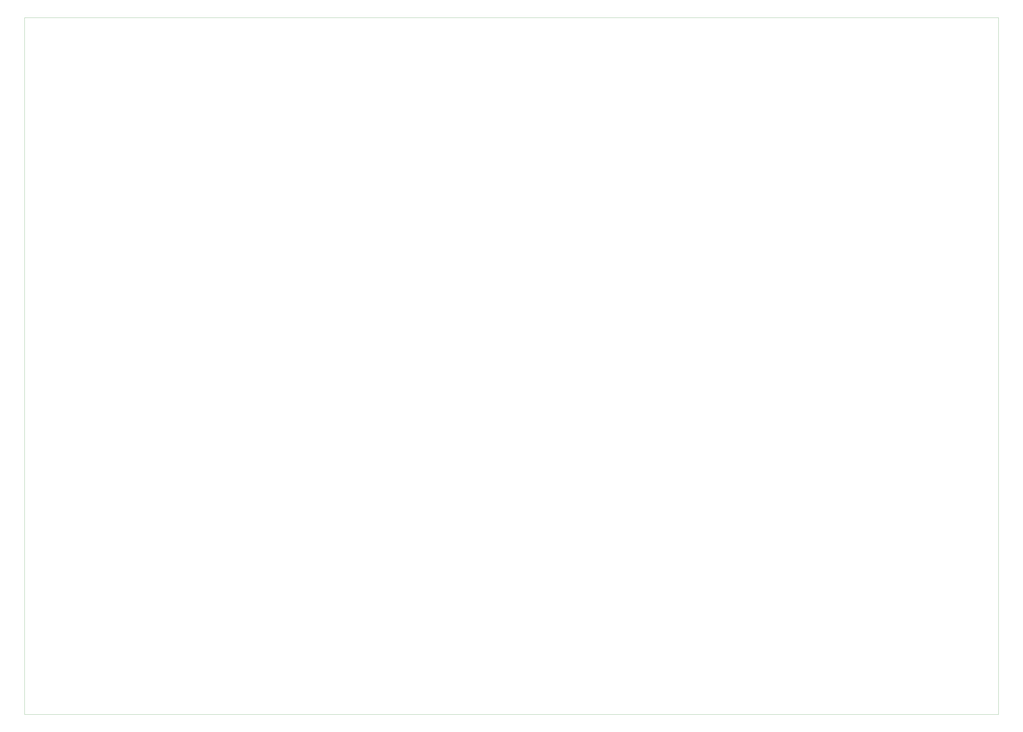
<source format=gbr>
%TF.GenerationSoftware,KiCad,Pcbnew,8.0.4*%
%TF.CreationDate,2025-04-25T16:11:04-06:00*%
%TF.ProjectId,motherboard_v1,6d6f7468-6572-4626-9f61-72645f76312e,rev?*%
%TF.SameCoordinates,Original*%
%TF.FileFunction,Profile,NP*%
%FSLAX46Y46*%
G04 Gerber Fmt 4.6, Leading zero omitted, Abs format (unit mm)*
G04 Created by KiCad (PCBNEW 8.0.4) date 2025-04-25 16:11:04*
%MOMM*%
%LPD*%
G01*
G04 APERTURE LIST*
%TA.AperFunction,Profile*%
%ADD10C,0.100000*%
%TD*%
G04 APERTURE END LIST*
D10*
X0Y-298150000D02*
X417000000Y-298150000D01*
X0Y0D02*
X0Y-298150000D01*
X417000000Y0D02*
X417000000Y-298150000D01*
X0Y0D02*
X417000000Y0D01*
M02*

</source>
